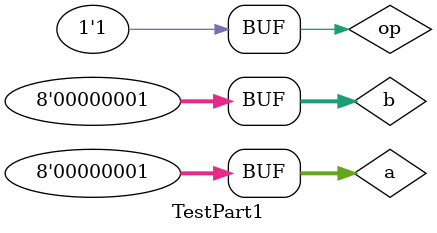
<source format=v>
`timescale 1ns / 1ps


module TestPart1;

	// Inputs
	reg [7:0] a;
	reg [7:0] b;
	reg op;

	// Outputs
	wire [7:0] sum;
	wire overflow;

	// Instantiate the Unit Under Test (UUT)
	EightBitRippleAdder uut (
		.a(a), 
		.b(b), 
		.op(op), 
		.sum(sum), 
		.overflow(overflow)
	);

	initial begin
		// Initialize Inputs
		a = 0;
		b = 0;
		op = 0;
   //pos + pos,
   //pos + neg
   //neg + pos
   //neg + neg
   //pos - pos,
   //pos - neg
   //neg - pos
   //neg - neg

		// Wait 100 ns for global reset to finish
		
		#100 a=8'b00000001;b=8'b00000001;op=0;
		#100 a=8'b00000001;b=8'b00000001;op=1;
	
		

        
		// Add stimulus here

	end
      
endmodule


</source>
